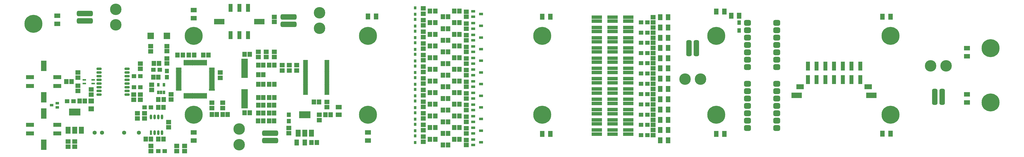
<source format=gts>
%FSTAX23Y23*%
%MOIN*%
%SFA1B1*%

%IPPOS*%
%AMD74*
4,1,8,0.036400,-0.088800,0.036400,0.088800,0.016300,0.108900,-0.016300,0.108900,-0.036400,0.088800,-0.036400,-0.088800,-0.016300,-0.108900,0.016300,-0.108900,0.036400,-0.088800,0.0*
1,1,0.040157,0.016300,-0.088800*
1,1,0.040157,0.016300,0.088800*
1,1,0.040157,-0.016300,0.088800*
1,1,0.040157,-0.016300,-0.088800*
%
%AMD75*
4,1,8,-0.088800,-0.036400,0.088800,-0.036400,0.108900,-0.016300,0.108900,0.016300,0.088800,0.036400,-0.088800,0.036400,-0.108900,0.016300,-0.108900,-0.016300,-0.088800,-0.036400,0.0*
1,1,0.040157,-0.088800,-0.016300*
1,1,0.040157,0.088800,-0.016300*
1,1,0.040157,0.088800,0.016300*
1,1,0.040157,-0.088800,0.016300*
%
%AMD86*
4,1,8,0.026000,0.038400,-0.026000,0.038400,-0.047200,0.017100,-0.047200,-0.017100,-0.026000,-0.038400,0.026000,-0.038400,0.047200,-0.017100,0.047200,0.017100,0.026000,0.038400,0.0*
1,1,0.042520,0.026000,0.017100*
1,1,0.042520,-0.026000,0.017100*
1,1,0.042520,-0.026000,-0.017100*
1,1,0.042520,0.026000,-0.017100*
%
%ADD57R,0.035433X0.049212*%
%ADD58R,0.059055X0.066929*%
%ADD59R,0.066929X0.059055*%
%ADD60R,0.031496X0.064960*%
%ADD61O,0.031496X0.064960*%
%ADD62R,0.062992X0.057087*%
%ADD63R,0.051181X0.059055*%
%ADD64R,0.057087X0.062992*%
%ADD65R,0.061024X0.078740*%
%ADD66R,0.078740X0.061024*%
%ADD67R,0.055118X0.035433*%
%ADD68R,0.066929X0.092520*%
%ADD69R,0.157480X0.092520*%
%ADD70R,0.142913X0.072835*%
%ADD71R,0.057874X0.107874*%
%ADD72R,0.104330X0.070866*%
%ADD73R,0.057874X0.122834*%
G04~CAMADD=74~8~0.0~0.0~2177.2~728.3~200.8~0.0~15~0.0~0.0~0.0~0.0~0~0.0~0.0~0.0~0.0~0~0.0~0.0~0.0~270.0~729.0~2177.0*
%ADD74D74*%
G04~CAMADD=75~8~0.0~0.0~2177.2~728.3~200.8~0.0~15~0.0~0.0~0.0~0.0~0~0.0~0.0~0.0~0.0~0~0.0~0.0~0.0~180.0~2178.0~729.0*
%ADD75D75*%
%ADD76O,0.072835X0.035433*%
%ADD77R,0.051181X0.035433*%
%ADD78R,0.079527X0.062598*%
%ADD79R,0.062598X0.079527*%
%ADD80R,0.078740X0.019685*%
%ADD81O,0.078740X0.019685*%
%ADD82O,0.019685X0.078740*%
%ADD83R,0.141732X0.051181*%
%ADD84R,0.107874X0.057874*%
%ADD85R,0.072835X0.142913*%
G04~CAMADD=86~8~0.0~0.0~944.9~767.7~212.6~0.0~15~0.0~0.0~0.0~0.0~0~0.0~0.0~0.0~0.0~0~0.0~0.0~0.0~0.0~944.9~767.7*
%ADD86D86*%
%ADD87R,0.086614X0.086614*%
%ADD88O,0.066929X0.021654*%
%ADD89R,0.086614X0.263779*%
%ADD90R,0.033465X0.041339*%
%ADD91R,0.074803X0.070866*%
%ADD92R,0.049212X0.023622*%
%ADD93C,0.055118*%
%ADD94C,0.155905*%
%ADD95C,0.244094*%
%LNslave-1*%
%LPD*%
G54D57*
X05789Y0488D03*
X05864D03*
Y04776D03*
X05826D03*
X05789D03*
G54D58*
X09472Y05879D03*
X09543D03*
X09472Y05722D03*
X09543D03*
X09472Y05563D03*
X09543D03*
X09472Y05405D03*
X09543D03*
X09472Y05248D03*
X09543D03*
X09472Y05089D03*
X09543D03*
X09472Y04931D03*
X09543D03*
X09472Y04774D03*
X09543D03*
X09472Y04615D03*
X09543D03*
X09472Y04457D03*
X09543D03*
X09472Y04299D03*
X09543D03*
X09472Y04141D03*
X09543D03*
X06049Y05284D03*
X0612D03*
X07029Y05293D03*
X06958D03*
X06273Y05284D03*
X06202D03*
X05688Y04142D03*
X05618D03*
X05859Y04572D03*
X05788D03*
X05789Y04679D03*
X0586D03*
X07937Y04095D03*
X07866D03*
X07898Y04647D03*
X07969D03*
X06468Y05284D03*
X06397D03*
X07029Y04501D03*
X06958D03*
X09717Y05802D03*
X09648D03*
X09717Y05641D03*
X09648D03*
X09717Y05483D03*
X09648D03*
X09717Y05325D03*
X09648D03*
X09717Y05168D03*
X09648D03*
X09717Y0501D03*
X09648D03*
X09717Y04852D03*
X09648D03*
X09717Y04694D03*
X09648D03*
X09717Y04536D03*
X09648D03*
X09717Y04378D03*
X09648D03*
X09717Y0422D03*
X09648D03*
X09717Y04062D03*
X09648D03*
X09871Y05879D03*
X09802D03*
X09871Y05722D03*
X09802D03*
X09871Y05563D03*
X09802D03*
X09871Y05405D03*
X09802D03*
X09871Y05248D03*
X09802D03*
X09871Y05089D03*
X09802D03*
X09871Y04931D03*
X09802D03*
X09871Y04774D03*
X09802D03*
X09871Y04615D03*
X09802D03*
X09871Y04457D03*
X09802D03*
X09871Y04299D03*
X09802D03*
X09871Y04141D03*
X09802D03*
X08125Y04472D03*
X08056D03*
X05798Y05169D03*
X05729D03*
X07211Y0439D03*
X07142D03*
X0729D03*
X07359D03*
X07212Y05017D03*
X07144D03*
X07212Y04496D03*
X07143D03*
X0729D03*
X07359D03*
X07212Y04602D03*
X07143D03*
X0729D03*
X07359D03*
X07212Y04708D03*
X07144D03*
X07291D03*
X0736D03*
X07144Y04887D03*
X07212D03*
X07291D03*
X0736D03*
X07212Y05145D03*
X07144D03*
X07291D03*
X0736D03*
X05857Y04142D03*
X05788D03*
X0572Y04982D03*
X05789D03*
X04721Y04659D03*
X0479D03*
X04541Y04922D03*
X04612D03*
X06513Y04478D03*
X06582D03*
X06729D03*
X0666D03*
G54D59*
X0938Y05844D03*
Y05915D03*
Y05686D03*
Y05757D03*
Y05528D03*
Y05599D03*
Y0537D03*
Y05441D03*
X06629Y04974D03*
Y05045D03*
X05962Y04679D03*
Y0475D03*
X0666Y04564D03*
Y04635D03*
X05685Y05404D03*
Y05333D03*
X06514Y04564D03*
Y04635D03*
X05456Y04747D03*
Y04676D03*
X04879Y04747D03*
Y04818D03*
X04655Y04039D03*
Y0411D03*
X05505Y04494D03*
Y04423D03*
X0938Y05212D03*
Y05283D03*
Y05054D03*
Y05125D03*
Y04896D03*
Y04967D03*
Y04738D03*
Y04809D03*
Y0458D03*
Y04651D03*
Y04422D03*
Y04493D03*
Y04264D03*
Y04335D03*
Y04106D03*
Y04177D03*
X0797Y04401D03*
Y04472D03*
X07663Y05145D03*
Y05074D03*
X07566Y05145D03*
Y05074D03*
X07468Y05145D03*
Y05074D03*
X05698Y04811D03*
Y04881D03*
X12498Y05797D03*
Y05728D03*
Y05657D03*
Y05588D03*
Y05518D03*
Y0545D03*
X09966Y04694D03*
Y04763D03*
Y04536D03*
Y04605D03*
Y04378D03*
Y04447D03*
Y0422D03*
Y04289D03*
Y04062D03*
Y04131D03*
X12498Y05379D03*
Y05311D03*
Y0524D03*
Y05172D03*
Y05102D03*
Y05033D03*
Y04962D03*
Y04893D03*
Y04822D03*
Y04753D03*
Y04683D03*
Y04614D03*
Y04543D03*
Y04474D03*
Y04404D03*
Y04335D03*
Y04265D03*
Y04196D03*
X09966Y05802D03*
Y05871D03*
Y05641D03*
Y0571D03*
Y05483D03*
Y05552D03*
Y05325D03*
Y05394D03*
Y05168D03*
Y05237D03*
Y0501D03*
Y05079D03*
Y04852D03*
Y04921D03*
X04698Y04866D03*
Y04797D03*
X08074Y04647D03*
X08075Y04578D03*
X07559Y04292D03*
Y04224D03*
X05905Y05404D03*
Y05335D03*
X05905Y05169D03*
Y05238D03*
X05545Y04747D03*
Y04678D03*
Y05097D03*
Y05166D03*
X05688Y0398D03*
Y04049D03*
X05601Y04492D03*
Y04423D03*
X05929Y04303D03*
Y04372D03*
X06039Y0398D03*
Y04049D03*
X06145D03*
Y0398D03*
X07144Y05327D03*
Y05258D03*
X07252Y05327D03*
Y05258D03*
X0736Y05327D03*
Y05258D03*
Y05733D03*
Y05801D03*
X04698Y05047D03*
Y04978D03*
X04564Y04039D03*
Y0411D03*
G54D60*
X05688Y0423D03*
G54D61*
X05738Y0423D03*
X05788D03*
X05838D03*
X05688Y04444D03*
X05738D03*
X05788D03*
X05838D03*
G54D62*
X1242Y05728D03*
X12333D03*
Y05588D03*
X1242D03*
Y0545D03*
X12333D03*
Y05311D03*
X1242D03*
Y05172D03*
X12333D03*
Y05033D03*
X1242D03*
Y04893D03*
X12333D03*
Y04753D03*
X1242D03*
Y04614D03*
X12333D03*
Y04474D03*
X1242D03*
Y04335D03*
X12333D03*
Y04196D03*
X1242D03*
X05545Y04996D03*
X05458D03*
Y04846D03*
X05545D03*
X05788Y0398D03*
X05875D03*
X05688Y04572D03*
X05601D03*
X05807Y05083D03*
X0572D03*
X04638Y04658D03*
X04551D03*
G54D63*
X13665Y05618D03*
Y05724D03*
G54D64*
X07558Y04385D03*
Y04472D03*
X05905Y04982D03*
Y05068D03*
G54D65*
X15718Y05803D03*
X15608D03*
X13356Y05874D03*
X13466D03*
X10994Y05803D03*
X11104D03*
X08631Y05805D03*
X08742D03*
X11104Y04212D03*
X10994D03*
X13466D03*
X13356D03*
X15718Y04216D03*
X15608D03*
X07664Y04095D03*
X07775D03*
G54D66*
X06269Y05783D03*
Y05893D03*
X04419Y05708D03*
Y05818D03*
X06269Y04122D03*
Y04232D03*
X08631Y04234D03*
Y04124D03*
X16753Y05265D03*
Y05375D03*
Y0475D03*
Y04639D03*
G54D67*
X10164Y05679D03*
X10059Y05641D03*
Y05716D03*
Y05558D03*
Y05483D03*
X10164Y05521D03*
Y05363D03*
X10059Y05325D03*
Y054D03*
Y05242D03*
Y05168D03*
X10164Y05205D03*
Y05047D03*
X10059Y0501D03*
Y05085D03*
Y04927D03*
Y04852D03*
X10164Y04889D03*
Y04731D03*
X10059Y04694D03*
Y04769D03*
Y04611D03*
Y04536D03*
X10164Y04574D03*
Y04416D03*
X10059Y04378D03*
Y04453D03*
Y04295D03*
Y0422D03*
X10164Y04258D03*
Y041D03*
X10059Y04062D03*
Y04137D03*
Y05877D03*
Y05802D03*
X10164Y05839D03*
G54D68*
X07684Y04224D03*
X07775D03*
X07865D03*
X04564Y04263D03*
X04655D03*
X04746D03*
G54D69*
X07775Y04472D03*
X04655Y04511D03*
G54D70*
X06616Y05738D03*
X07159D03*
X15459Y04735D03*
X14445D03*
G54D71*
X06769Y05553D03*
X06887D03*
X07005D03*
Y05923D03*
X06887D03*
X06769D03*
G54D72*
X15413Y04854D03*
X14492D03*
G54D73*
X14598Y0495D03*
X14716D03*
X14834D03*
X14952D03*
X1507D03*
X15188D03*
X15307D03*
Y05133D03*
X15188D03*
X1507D03*
X14952D03*
X14834D03*
X14716D03*
X14598D03*
G54D74*
X13086Y05377D03*
X12986D03*
X16317Y04716D03*
X16417D03*
G54D75*
X07304Y04124D03*
Y04224D03*
X04791Y05848D03*
Y05748D03*
X07553Y05701D03*
Y05801D03*
G54D76*
X05366Y04747D03*
Y04797D03*
Y04847D03*
Y04897D03*
Y04947D03*
Y04997D03*
Y05047D03*
Y05097D03*
X04983Y04747D03*
Y04797D03*
Y04847D03*
Y04897D03*
Y04947D03*
Y04997D03*
Y05047D03*
Y05097D03*
G54D77*
X0434Y04602D03*
X04419Y04629D03*
Y04574D03*
G54D78*
X08234Y04578D03*
Y04472D03*
G54D79*
X13558Y05816D03*
X13665D03*
X12594Y04265D03*
X12701D03*
X12594Y04404D03*
X12701D03*
X12594Y04543D03*
X12701D03*
X12594Y04683D03*
X12701D03*
X12594Y04822D03*
X12701D03*
X12594Y04962D03*
X12701D03*
X12594Y05102D03*
X12701D03*
X12594Y0524D03*
X12701D03*
X12594Y05379D03*
X12701D03*
X12594Y05518D03*
X12701D03*
X12594Y05657D03*
X12701D03*
X12594Y05797D03*
X12701D03*
X12594Y04125D03*
X12701D03*
G54D80*
X06514Y04809D03*
G54D81*
X06514Y04828D03*
Y04848D03*
Y04868D03*
Y04887D03*
Y04907D03*
Y04927D03*
Y04946D03*
Y04966D03*
Y04986D03*
Y05005D03*
Y05025D03*
Y05045D03*
Y05064D03*
Y05084D03*
Y05104D03*
X06063D03*
Y05084D03*
Y05064D03*
Y05045D03*
Y05025D03*
Y05005D03*
Y04986D03*
Y04966D03*
Y04946D03*
Y04927D03*
Y04907D03*
Y04887D03*
Y04868D03*
Y04848D03*
Y04828D03*
Y04809D03*
G54D82*
X06437Y05181D03*
X06417D03*
X06397D03*
X06377D03*
X06358D03*
X06338D03*
X06318D03*
X06299D03*
X06279D03*
X06259D03*
X0624D03*
X0622D03*
X062D03*
X06181D03*
X06161D03*
X06141D03*
Y04731D03*
X06161D03*
X06181D03*
X062D03*
X0622D03*
X0624D03*
X06259D03*
X06279D03*
X06299D03*
X06318D03*
X06338D03*
X06358D03*
X06377D03*
X06397D03*
X06417D03*
X06437D03*
G54D83*
X12161Y04265D03*
Y04211D03*
Y05797D03*
Y05742D03*
Y05657D03*
Y05602D03*
Y05518D03*
Y05464D03*
Y05379D03*
Y05325D03*
Y0524D03*
Y05186D03*
Y05102D03*
Y05047D03*
Y04962D03*
Y04907D03*
Y04822D03*
Y04768D03*
Y04683D03*
Y04628D03*
Y04543D03*
Y04488D03*
Y04404D03*
Y0435D03*
X11736Y05797D03*
Y05742D03*
Y05657D03*
Y05602D03*
Y05518D03*
Y05464D03*
Y05379D03*
Y05325D03*
Y0524D03*
Y05186D03*
Y05102D03*
Y05047D03*
Y04962D03*
Y04907D03*
Y04822D03*
Y04768D03*
Y04683D03*
Y04628D03*
Y04543D03*
Y04488D03*
Y04404D03*
Y0435D03*
Y04265D03*
Y04211D03*
X11948Y05797D03*
Y05742D03*
Y05657D03*
Y05602D03*
Y05518D03*
Y05464D03*
Y05379D03*
Y05325D03*
Y0524D03*
Y05186D03*
Y05102D03*
Y05047D03*
Y04962D03*
Y04907D03*
Y04822D03*
Y04768D03*
Y04683D03*
Y04628D03*
Y04543D03*
Y04488D03*
Y04404D03*
Y0435D03*
Y04265D03*
Y04211D03*
G54D84*
X04419Y04338D03*
Y0422D03*
X04049Y04338D03*
Y0422D03*
Y04982D03*
Y04864D03*
X04419Y04982D03*
Y04864D03*
G54D85*
X04234Y04491D03*
Y04067D03*
Y05135D03*
Y04711D03*
G54D86*
X14173Y04894D03*
Y04794D03*
Y04694D03*
Y04594D03*
Y04494D03*
Y04394D03*
Y04294D03*
X13779D03*
Y04394D03*
Y04494D03*
Y04594D03*
Y04694D03*
Y04794D03*
Y04894D03*
X14173Y05721D03*
Y05621D03*
Y05521D03*
Y05421D03*
Y05321D03*
Y05221D03*
Y05121D03*
X13779D03*
Y05221D03*
Y05321D03*
Y05421D03*
Y05521D03*
Y05621D03*
Y05721D03*
G54D87*
X05685Y05543D03*
X05905D03*
G54D88*
X07786Y05206D03*
Y05187D03*
Y05167D03*
Y05147D03*
Y05127D03*
Y05108D03*
Y05088D03*
Y05068D03*
Y05049D03*
Y05029D03*
Y05009D03*
Y0499D03*
Y0497D03*
Y0495D03*
Y04931D03*
Y04911D03*
Y04891D03*
Y04872D03*
Y04852D03*
Y04832D03*
Y04812D03*
Y04793D03*
Y04773D03*
Y04753D03*
X08075Y05206D03*
Y05187D03*
Y05167D03*
Y05147D03*
Y05127D03*
Y05108D03*
Y05088D03*
Y05068D03*
Y05049D03*
Y05029D03*
Y05009D03*
Y0499D03*
Y0497D03*
Y0495D03*
Y04931D03*
Y04911D03*
Y04891D03*
Y04872D03*
Y04852D03*
Y04832D03*
Y04812D03*
Y04793D03*
Y04773D03*
Y04753D03*
G54D89*
X06958Y0469D03*
Y05104D03*
G54D90*
X09271Y04344D03*
Y04255D03*
Y04097D03*
Y04186D03*
Y05924D03*
Y05835D03*
Y05677D03*
Y05766D03*
Y05608D03*
Y05519D03*
Y05361D03*
Y0545D03*
Y05292D03*
Y05203D03*
Y05045D03*
Y05134D03*
Y04975D03*
Y04887D03*
Y04729D03*
Y04818D03*
Y0466D03*
Y04571D03*
Y04413D03*
Y04501D03*
G54D91*
X04879Y04659D03*
Y04553D03*
G54D92*
X04905Y04946D03*
Y04898D03*
X04785D03*
Y04946D03*
G54D93*
X05525Y0423D03*
X05325D03*
X05025D03*
X04925D03*
G54D94*
X13141Y04956D03*
X12931D03*
X06883Y04068D03*
Y04279D03*
X16262Y05137D03*
X16472D03*
X05212Y05903D03*
Y05693D03*
X07974Y05646D03*
Y05856D03*
G54D95*
X13356Y04472D03*
X15718D03*
X17076Y05375D03*
X15718Y05543D03*
X13356D03*
X10994D03*
X08631D03*
X06269D03*
X04094Y05708D03*
X06269Y04472D03*
X08631D03*
X10994D03*
X17076Y04639D03*
M02*
</source>
